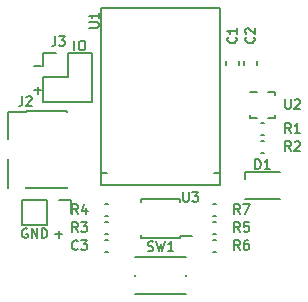
<source format=gbr>
G04 #@! TF.GenerationSoftware,KiCad,Pcbnew,(5.1.4)-1*
G04 #@! TF.CreationDate,2020-01-29T15:42:18+01:00*
G04 #@! TF.ProjectId,BLE-node,424c452d-6e6f-4646-952e-6b696361645f,rev?*
G04 #@! TF.SameCoordinates,Original*
G04 #@! TF.FileFunction,Legend,Top*
G04 #@! TF.FilePolarity,Positive*
%FSLAX46Y46*%
G04 Gerber Fmt 4.6, Leading zero omitted, Abs format (unit mm)*
G04 Created by KiCad (PCBNEW (5.1.4)-1) date 2020-01-29 15:42:18*
%MOMM*%
%LPD*%
G04 APERTURE LIST*
%ADD10C,0.152400*%
G04 APERTURE END LIST*
D10*
X118252723Y-93065600D02*
X118175314Y-93026895D01*
X118059200Y-93026895D01*
X117943085Y-93065600D01*
X117865676Y-93143009D01*
X117826971Y-93220419D01*
X117788266Y-93375238D01*
X117788266Y-93491352D01*
X117826971Y-93646171D01*
X117865676Y-93723580D01*
X117943085Y-93800990D01*
X118059200Y-93839695D01*
X118136609Y-93839695D01*
X118252723Y-93800990D01*
X118291428Y-93762285D01*
X118291428Y-93491352D01*
X118136609Y-93491352D01*
X118639771Y-93839695D02*
X118639771Y-93026895D01*
X119104228Y-93839695D01*
X119104228Y-93026895D01*
X119491276Y-93839695D02*
X119491276Y-93026895D01*
X119684800Y-93026895D01*
X119800914Y-93065600D01*
X119878323Y-93143009D01*
X119917028Y-93220419D01*
X119955733Y-93375238D01*
X119955733Y-93491352D01*
X119917028Y-93646171D01*
X119878323Y-93723580D01*
X119800914Y-93800990D01*
X119684800Y-93839695D01*
X119491276Y-93839695D01*
X120594361Y-93530057D02*
X121213638Y-93530057D01*
X120904000Y-93839695D02*
X120904000Y-93220419D01*
X122256247Y-77964695D02*
X122256247Y-77151895D01*
X122798114Y-77151895D02*
X122952933Y-77151895D01*
X123030342Y-77190600D01*
X123107752Y-77268009D01*
X123146457Y-77422828D01*
X123146457Y-77693761D01*
X123107752Y-77848580D01*
X123030342Y-77925990D01*
X122952933Y-77964695D01*
X122798114Y-77964695D01*
X122720704Y-77925990D01*
X122643295Y-77848580D01*
X122604590Y-77693761D01*
X122604590Y-77422828D01*
X122643295Y-77268009D01*
X122720704Y-77190600D01*
X122798114Y-77151895D01*
X118816361Y-79306057D02*
X119435638Y-79306057D01*
X118816361Y-81338057D02*
X119435638Y-81338057D01*
X119126000Y-81647695D02*
X119126000Y-81028419D01*
X119622000Y-78188000D02*
X120682000Y-78188000D01*
X119622000Y-79248000D02*
X119622000Y-78188000D01*
X121682000Y-78188000D02*
X123742000Y-78188000D01*
X121682000Y-80248000D02*
X121682000Y-78188000D01*
X119622000Y-80248000D02*
X121682000Y-80248000D01*
X123742000Y-78188000D02*
X123742000Y-82308000D01*
X119622000Y-80248000D02*
X119622000Y-82308000D01*
X119622000Y-82308000D02*
X123742000Y-82308000D01*
X124540000Y-88374000D02*
X125040000Y-88374000D01*
X134540000Y-88374000D02*
X134040000Y-88374000D01*
X124541280Y-74374500D02*
X124541280Y-88372440D01*
X134538720Y-74374500D02*
X124541280Y-74374500D01*
X134538720Y-88372440D02*
X134538720Y-74374500D01*
X124541280Y-89374000D02*
X134538720Y-89374000D01*
X134540000Y-89374000D02*
X134540000Y-88374000D01*
X124540000Y-89374000D02*
X124540000Y-88374000D01*
X136726000Y-90558000D02*
X139626000Y-90558000D01*
X136726000Y-88258000D02*
X139626000Y-88258000D01*
X136726000Y-88858000D02*
X136726000Y-88258000D01*
X121964000Y-90634000D02*
X121964000Y-91694000D01*
X120904000Y-90634000D02*
X121964000Y-90634000D01*
X119904000Y-90634000D02*
X119904000Y-92754000D01*
X119904000Y-92754000D02*
X117844000Y-92754000D01*
X119904000Y-90634000D02*
X117844000Y-90634000D01*
X117844000Y-90634000D02*
X117844000Y-92754000D01*
X139276000Y-81450000D02*
X138676000Y-81450000D01*
X139276000Y-81450000D02*
X139276000Y-81700000D01*
X139276000Y-83650000D02*
X139276000Y-83400000D01*
X139276000Y-83650000D02*
X138676000Y-83650000D01*
X137076000Y-83650000D02*
X137076000Y-83400000D01*
X137076000Y-83650000D02*
X137676000Y-83650000D01*
X137686000Y-81450000D02*
X137076000Y-81450000D01*
X124805221Y-90930000D02*
X125130779Y-90930000D01*
X124805221Y-91950000D02*
X125130779Y-91950000D01*
X125130779Y-93474000D02*
X124805221Y-93474000D01*
X125130779Y-92454000D02*
X124805221Y-92454000D01*
X131165000Y-93827000D02*
X131165000Y-93702000D01*
X127915000Y-93827000D02*
X127915000Y-93602000D01*
X127915000Y-90577000D02*
X127915000Y-90802000D01*
X131165000Y-90577000D02*
X131165000Y-90802000D01*
X131165000Y-93827000D02*
X127915000Y-93827000D01*
X131165000Y-90577000D02*
X127915000Y-90577000D01*
X131165000Y-93702000D02*
X132240000Y-93702000D01*
X131740000Y-97078000D02*
X131740000Y-96978000D01*
X127340000Y-98578000D02*
X131740000Y-98578000D01*
X131740000Y-95478000D02*
X127340000Y-95478000D01*
X127340000Y-97078000D02*
X127340000Y-96978000D01*
X138338779Y-86616000D02*
X138013221Y-86616000D01*
X138338779Y-85596000D02*
X138013221Y-85596000D01*
X138338779Y-85092000D02*
X138013221Y-85092000D01*
X138338779Y-84072000D02*
X138013221Y-84072000D01*
X134274779Y-91950000D02*
X133949221Y-91950000D01*
X134274779Y-90930000D02*
X133949221Y-90930000D01*
X134274779Y-94998000D02*
X133949221Y-94998000D01*
X134274779Y-93978000D02*
X133949221Y-93978000D01*
X134274779Y-93474000D02*
X133949221Y-93474000D01*
X134274779Y-92454000D02*
X133949221Y-92454000D01*
X118123000Y-83125000D02*
X121653000Y-83125000D01*
X118123000Y-89595000D02*
X121653000Y-89595000D01*
X116798000Y-83190000D02*
X118123000Y-83190000D01*
X118123000Y-83125000D02*
X118123000Y-83190000D01*
X121653000Y-83125000D02*
X121653000Y-83190000D01*
X118123000Y-89530000D02*
X118123000Y-89595000D01*
X121653000Y-89530000D02*
X121653000Y-89595000D01*
X116798000Y-83190000D02*
X116649500Y-83185000D01*
X116649500Y-83185000D02*
X116649500Y-85471000D01*
X116649500Y-87185500D02*
X116649500Y-89598500D01*
X125130779Y-94998000D02*
X124805221Y-94998000D01*
X125130779Y-93978000D02*
X124805221Y-93978000D01*
X136650000Y-79156779D02*
X136650000Y-78831221D01*
X137670000Y-79156779D02*
X137670000Y-78831221D01*
X135126000Y-79156779D02*
X135126000Y-78831221D01*
X136146000Y-79156779D02*
X136146000Y-78831221D01*
X120633066Y-76770895D02*
X120633066Y-77351466D01*
X120594361Y-77467580D01*
X120516952Y-77544990D01*
X120400838Y-77583695D01*
X120323428Y-77583695D01*
X120942704Y-76770895D02*
X121445866Y-76770895D01*
X121174933Y-77080533D01*
X121291047Y-77080533D01*
X121368457Y-77119238D01*
X121407161Y-77157942D01*
X121445866Y-77235352D01*
X121445866Y-77428876D01*
X121407161Y-77506285D01*
X121368457Y-77544990D01*
X121291047Y-77583695D01*
X121058819Y-77583695D01*
X120981409Y-77544990D01*
X120942704Y-77506285D01*
X123506895Y-76057276D02*
X124164876Y-76057276D01*
X124242285Y-76018571D01*
X124280990Y-75979866D01*
X124319695Y-75902457D01*
X124319695Y-75747638D01*
X124280990Y-75670228D01*
X124242285Y-75631523D01*
X124164876Y-75592819D01*
X123506895Y-75592819D01*
X124319695Y-74780019D02*
X124319695Y-75244476D01*
X124319695Y-75012247D02*
X123506895Y-75012247D01*
X123623009Y-75089657D01*
X123700419Y-75167066D01*
X123739123Y-75244476D01*
X137576076Y-87997695D02*
X137576076Y-87184895D01*
X137769600Y-87184895D01*
X137885714Y-87223600D01*
X137963123Y-87301009D01*
X138001828Y-87378419D01*
X138040533Y-87533238D01*
X138040533Y-87649352D01*
X138001828Y-87804171D01*
X137963123Y-87881580D01*
X137885714Y-87958990D01*
X137769600Y-87997695D01*
X137576076Y-87997695D01*
X138814628Y-87997695D02*
X138350171Y-87997695D01*
X138582400Y-87997695D02*
X138582400Y-87184895D01*
X138504990Y-87301009D01*
X138427580Y-87378419D01*
X138350171Y-87417123D01*
X140096723Y-82104895D02*
X140096723Y-82762876D01*
X140135428Y-82840285D01*
X140174133Y-82878990D01*
X140251542Y-82917695D01*
X140406361Y-82917695D01*
X140483771Y-82878990D01*
X140522476Y-82840285D01*
X140561180Y-82762876D01*
X140561180Y-82104895D01*
X140909523Y-82182304D02*
X140948228Y-82143600D01*
X141025638Y-82104895D01*
X141219161Y-82104895D01*
X141296571Y-82143600D01*
X141335276Y-82182304D01*
X141373980Y-82259714D01*
X141373980Y-82337123D01*
X141335276Y-82453238D01*
X140870819Y-82917695D01*
X141373980Y-82917695D01*
X122546533Y-91807695D02*
X122275600Y-91420647D01*
X122082076Y-91807695D02*
X122082076Y-90994895D01*
X122391714Y-90994895D01*
X122469123Y-91033600D01*
X122507828Y-91072304D01*
X122546533Y-91149714D01*
X122546533Y-91265828D01*
X122507828Y-91343238D01*
X122469123Y-91381942D01*
X122391714Y-91420647D01*
X122082076Y-91420647D01*
X123243219Y-91265828D02*
X123243219Y-91807695D01*
X123049695Y-90956190D02*
X122856171Y-91536761D01*
X123359333Y-91536761D01*
X122546533Y-93331695D02*
X122275600Y-92944647D01*
X122082076Y-93331695D02*
X122082076Y-92518895D01*
X122391714Y-92518895D01*
X122469123Y-92557600D01*
X122507828Y-92596304D01*
X122546533Y-92673714D01*
X122546533Y-92789828D01*
X122507828Y-92867238D01*
X122469123Y-92905942D01*
X122391714Y-92944647D01*
X122082076Y-92944647D01*
X122817466Y-92518895D02*
X123320628Y-92518895D01*
X123049695Y-92828533D01*
X123165809Y-92828533D01*
X123243219Y-92867238D01*
X123281923Y-92905942D01*
X123320628Y-92983352D01*
X123320628Y-93176876D01*
X123281923Y-93254285D01*
X123243219Y-93292990D01*
X123165809Y-93331695D01*
X122933580Y-93331695D01*
X122856171Y-93292990D01*
X122817466Y-93254285D01*
X131460723Y-89978895D02*
X131460723Y-90636876D01*
X131499428Y-90714285D01*
X131538133Y-90752990D01*
X131615542Y-90791695D01*
X131770361Y-90791695D01*
X131847771Y-90752990D01*
X131886476Y-90714285D01*
X131925180Y-90636876D01*
X131925180Y-89978895D01*
X132234819Y-89978895D02*
X132737980Y-89978895D01*
X132467047Y-90288533D01*
X132583161Y-90288533D01*
X132660571Y-90327238D01*
X132699276Y-90365942D01*
X132737980Y-90443352D01*
X132737980Y-90636876D01*
X132699276Y-90714285D01*
X132660571Y-90752990D01*
X132583161Y-90791695D01*
X132350933Y-90791695D01*
X132273523Y-90752990D01*
X132234819Y-90714285D01*
X128456266Y-94906990D02*
X128572380Y-94945695D01*
X128765904Y-94945695D01*
X128843314Y-94906990D01*
X128882019Y-94868285D01*
X128920723Y-94790876D01*
X128920723Y-94713466D01*
X128882019Y-94636057D01*
X128843314Y-94597352D01*
X128765904Y-94558647D01*
X128611085Y-94519942D01*
X128533676Y-94481238D01*
X128494971Y-94442533D01*
X128456266Y-94365123D01*
X128456266Y-94287714D01*
X128494971Y-94210304D01*
X128533676Y-94171600D01*
X128611085Y-94132895D01*
X128804609Y-94132895D01*
X128920723Y-94171600D01*
X129191657Y-94132895D02*
X129385180Y-94945695D01*
X129540000Y-94365123D01*
X129694819Y-94945695D01*
X129888342Y-94132895D01*
X130623733Y-94945695D02*
X130159276Y-94945695D01*
X130391504Y-94945695D02*
X130391504Y-94132895D01*
X130314095Y-94249009D01*
X130236685Y-94326419D01*
X130159276Y-94365123D01*
X140580533Y-86473695D02*
X140309600Y-86086647D01*
X140116076Y-86473695D02*
X140116076Y-85660895D01*
X140425714Y-85660895D01*
X140503123Y-85699600D01*
X140541828Y-85738304D01*
X140580533Y-85815714D01*
X140580533Y-85931828D01*
X140541828Y-86009238D01*
X140503123Y-86047942D01*
X140425714Y-86086647D01*
X140116076Y-86086647D01*
X140890171Y-85738304D02*
X140928876Y-85699600D01*
X141006285Y-85660895D01*
X141199809Y-85660895D01*
X141277219Y-85699600D01*
X141315923Y-85738304D01*
X141354628Y-85815714D01*
X141354628Y-85893123D01*
X141315923Y-86009238D01*
X140851466Y-86473695D01*
X141354628Y-86473695D01*
X140580533Y-84949695D02*
X140309600Y-84562647D01*
X140116076Y-84949695D02*
X140116076Y-84136895D01*
X140425714Y-84136895D01*
X140503123Y-84175600D01*
X140541828Y-84214304D01*
X140580533Y-84291714D01*
X140580533Y-84407828D01*
X140541828Y-84485238D01*
X140503123Y-84523942D01*
X140425714Y-84562647D01*
X140116076Y-84562647D01*
X141354628Y-84949695D02*
X140890171Y-84949695D01*
X141122400Y-84949695D02*
X141122400Y-84136895D01*
X141044990Y-84253009D01*
X140967580Y-84330419D01*
X140890171Y-84369123D01*
X136262533Y-91807695D02*
X135991600Y-91420647D01*
X135798076Y-91807695D02*
X135798076Y-90994895D01*
X136107714Y-90994895D01*
X136185123Y-91033600D01*
X136223828Y-91072304D01*
X136262533Y-91149714D01*
X136262533Y-91265828D01*
X136223828Y-91343238D01*
X136185123Y-91381942D01*
X136107714Y-91420647D01*
X135798076Y-91420647D01*
X136533466Y-90994895D02*
X137075333Y-90994895D01*
X136726990Y-91807695D01*
X136262533Y-94855695D02*
X135991600Y-94468647D01*
X135798076Y-94855695D02*
X135798076Y-94042895D01*
X136107714Y-94042895D01*
X136185123Y-94081600D01*
X136223828Y-94120304D01*
X136262533Y-94197714D01*
X136262533Y-94313828D01*
X136223828Y-94391238D01*
X136185123Y-94429942D01*
X136107714Y-94468647D01*
X135798076Y-94468647D01*
X136959219Y-94042895D02*
X136804400Y-94042895D01*
X136726990Y-94081600D01*
X136688285Y-94120304D01*
X136610876Y-94236419D01*
X136572171Y-94391238D01*
X136572171Y-94700876D01*
X136610876Y-94778285D01*
X136649580Y-94816990D01*
X136726990Y-94855695D01*
X136881809Y-94855695D01*
X136959219Y-94816990D01*
X136997923Y-94778285D01*
X137036628Y-94700876D01*
X137036628Y-94507352D01*
X136997923Y-94429942D01*
X136959219Y-94391238D01*
X136881809Y-94352533D01*
X136726990Y-94352533D01*
X136649580Y-94391238D01*
X136610876Y-94429942D01*
X136572171Y-94507352D01*
X136262533Y-93331695D02*
X135991600Y-92944647D01*
X135798076Y-93331695D02*
X135798076Y-92518895D01*
X136107714Y-92518895D01*
X136185123Y-92557600D01*
X136223828Y-92596304D01*
X136262533Y-92673714D01*
X136262533Y-92789828D01*
X136223828Y-92867238D01*
X136185123Y-92905942D01*
X136107714Y-92944647D01*
X135798076Y-92944647D01*
X136997923Y-92518895D02*
X136610876Y-92518895D01*
X136572171Y-92905942D01*
X136610876Y-92867238D01*
X136688285Y-92828533D01*
X136881809Y-92828533D01*
X136959219Y-92867238D01*
X136997923Y-92905942D01*
X137036628Y-92983352D01*
X137036628Y-93176876D01*
X136997923Y-93254285D01*
X136959219Y-93292990D01*
X136881809Y-93331695D01*
X136688285Y-93331695D01*
X136610876Y-93292990D01*
X136572171Y-93254285D01*
X117839066Y-81850895D02*
X117839066Y-82431466D01*
X117800361Y-82547580D01*
X117722952Y-82624990D01*
X117606838Y-82663695D01*
X117529428Y-82663695D01*
X118187409Y-81928304D02*
X118226114Y-81889600D01*
X118303523Y-81850895D01*
X118497047Y-81850895D01*
X118574457Y-81889600D01*
X118613161Y-81928304D01*
X118651866Y-82005714D01*
X118651866Y-82083123D01*
X118613161Y-82199238D01*
X118148704Y-82663695D01*
X118651866Y-82663695D01*
X122546533Y-94778285D02*
X122507828Y-94816990D01*
X122391714Y-94855695D01*
X122314304Y-94855695D01*
X122198190Y-94816990D01*
X122120780Y-94739580D01*
X122082076Y-94662171D01*
X122043371Y-94507352D01*
X122043371Y-94391238D01*
X122082076Y-94236419D01*
X122120780Y-94159009D01*
X122198190Y-94081600D01*
X122314304Y-94042895D01*
X122391714Y-94042895D01*
X122507828Y-94081600D01*
X122546533Y-94120304D01*
X122817466Y-94042895D02*
X123320628Y-94042895D01*
X123049695Y-94352533D01*
X123165809Y-94352533D01*
X123243219Y-94391238D01*
X123281923Y-94429942D01*
X123320628Y-94507352D01*
X123320628Y-94700876D01*
X123281923Y-94778285D01*
X123243219Y-94816990D01*
X123165809Y-94855695D01*
X122933580Y-94855695D01*
X122856171Y-94816990D01*
X122817466Y-94778285D01*
X137450285Y-76843466D02*
X137488990Y-76882171D01*
X137527695Y-76998285D01*
X137527695Y-77075695D01*
X137488990Y-77191809D01*
X137411580Y-77269219D01*
X137334171Y-77307923D01*
X137179352Y-77346628D01*
X137063238Y-77346628D01*
X136908419Y-77307923D01*
X136831009Y-77269219D01*
X136753600Y-77191809D01*
X136714895Y-77075695D01*
X136714895Y-76998285D01*
X136753600Y-76882171D01*
X136792304Y-76843466D01*
X136792304Y-76533828D02*
X136753600Y-76495123D01*
X136714895Y-76417714D01*
X136714895Y-76224190D01*
X136753600Y-76146780D01*
X136792304Y-76108076D01*
X136869714Y-76069371D01*
X136947123Y-76069371D01*
X137063238Y-76108076D01*
X137527695Y-76572533D01*
X137527695Y-76069371D01*
X135926285Y-76843466D02*
X135964990Y-76882171D01*
X136003695Y-76998285D01*
X136003695Y-77075695D01*
X135964990Y-77191809D01*
X135887580Y-77269219D01*
X135810171Y-77307923D01*
X135655352Y-77346628D01*
X135539238Y-77346628D01*
X135384419Y-77307923D01*
X135307009Y-77269219D01*
X135229600Y-77191809D01*
X135190895Y-77075695D01*
X135190895Y-76998285D01*
X135229600Y-76882171D01*
X135268304Y-76843466D01*
X136003695Y-76069371D02*
X136003695Y-76533828D01*
X136003695Y-76301600D02*
X135190895Y-76301600D01*
X135307009Y-76379009D01*
X135384419Y-76456419D01*
X135423123Y-76533828D01*
M02*

</source>
